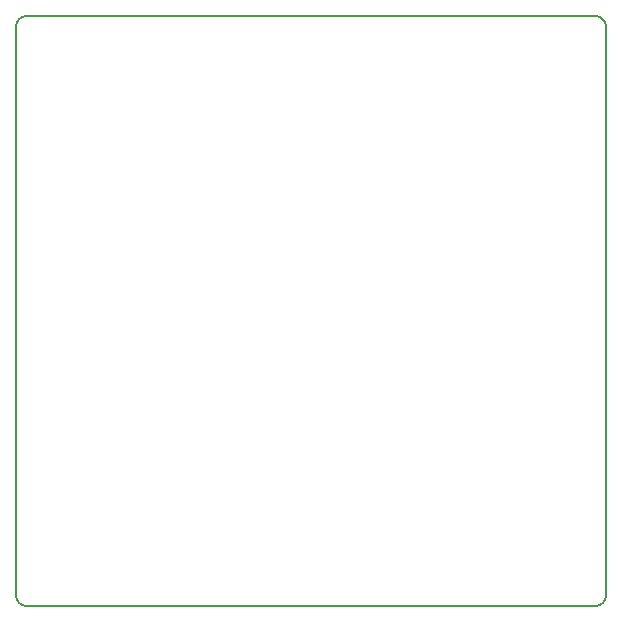
<source format=gm1>
%TF.GenerationSoftware,KiCad,Pcbnew,no-vcs-found-0b1eb56~60~ubuntu16.04.1*%
%TF.CreationDate,2017-11-02T03:22:39+00:00*%
%TF.ProjectId,adcdac,6164636461632E6B696361645F706362,rev?*%
%TF.SameCoordinates,Original*%
%TF.FileFunction,Profile,NP*%
%FSLAX46Y46*%
G04 Gerber Fmt 4.6, Leading zero omitted, Abs format (unit mm)*
G04 Created by KiCad (PCBNEW no-vcs-found-0b1eb56~60~ubuntu16.04.1) date Thu Nov  2 03:22:39 2017*
%MOMM*%
%LPD*%
G01*
G04 APERTURE LIST*
%ADD10C,0.150000*%
G04 APERTURE END LIST*
D10*
X76000000Y-153000000D02*
G75*
G02X75000000Y-152000000I0J1000000D01*
G01*
X125000000Y-152000000D02*
G75*
G02X124000000Y-153000000I-1000000J0D01*
G01*
X124000000Y-103000000D02*
G75*
G02X125000000Y-104000000I0J-1000000D01*
G01*
X75000000Y-104000000D02*
G75*
G02X76000000Y-103000000I1000000J0D01*
G01*
X75000000Y-104000000D02*
X75000000Y-152000000D01*
X124000000Y-103000000D02*
X76000000Y-103000000D01*
X125000000Y-152000000D02*
X125000000Y-104000000D01*
X76000000Y-153000000D02*
X124000000Y-153000000D01*
M02*

</source>
